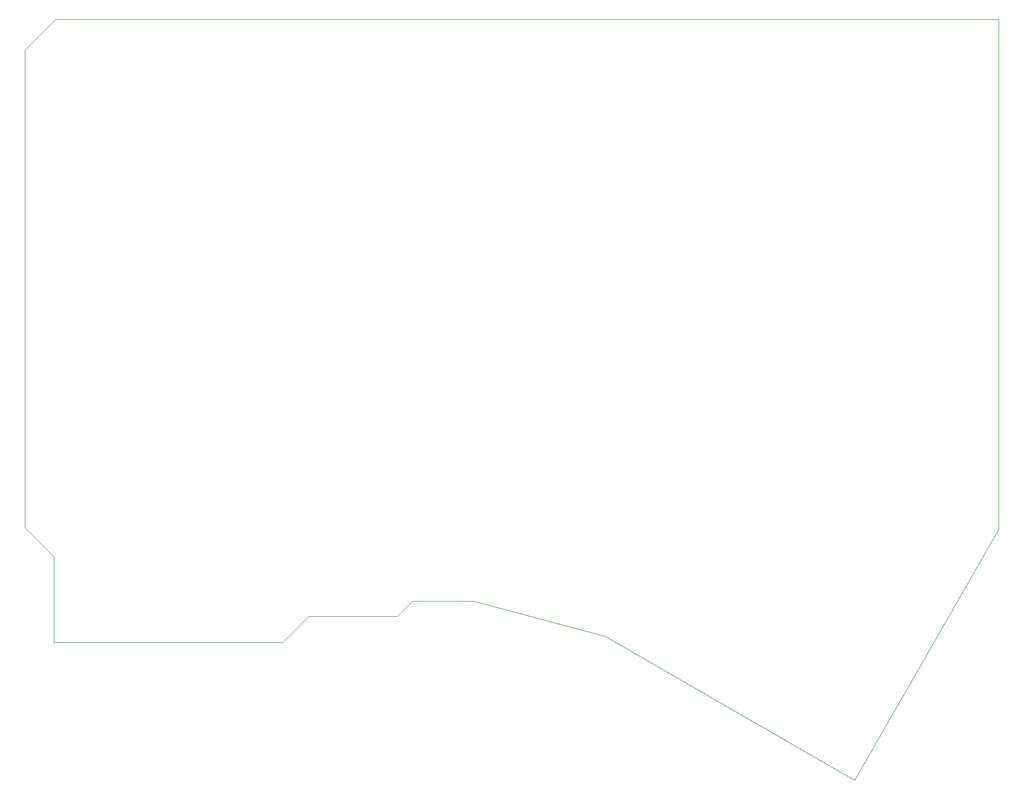
<source format=gm1>
G04 #@! TF.GenerationSoftware,KiCad,Pcbnew,(5.1.10-1-10_14)*
G04 #@! TF.CreationDate,2021-08-01T21:47:45+01:00*
G04 #@! TF.ProjectId,AsymLeft,4173796d-4c65-4667-942e-6b696361645f,1.0*
G04 #@! TF.SameCoordinates,Original*
G04 #@! TF.FileFunction,Profile,NP*
%FSLAX46Y46*%
G04 Gerber Fmt 4.6, Leading zero omitted, Abs format (unit mm)*
G04 Created by KiCad (PCBNEW (5.1.10-1-10_14)) date 2021-08-01 21:47:45*
%MOMM*%
%LPD*%
G01*
G04 APERTURE LIST*
G04 #@! TA.AperFunction,Profile*
%ADD10C,0.100000*%
G04 #@! TD*
G04 APERTURE END LIST*
D10*
X241681000Y-133604000D02*
X241681000Y-48768000D01*
X241681000Y-48768000D02*
X84582000Y-48768000D01*
X79502000Y-53848000D02*
X79502000Y-57150000D01*
X79502000Y-53848000D02*
X84582000Y-48768000D01*
X154178000Y-145542000D02*
X144018000Y-145542000D01*
X217678000Y-175260000D02*
X241681000Y-133604000D01*
X217551000Y-175260000D02*
X217678000Y-175260000D01*
X176149000Y-151384000D02*
X154178000Y-145542000D01*
X217551000Y-175260000D02*
X176149000Y-151384000D01*
X141478000Y-148082000D02*
X144018000Y-145542000D01*
X126746000Y-148082000D02*
X141478000Y-148082000D01*
X122428000Y-152400000D02*
X126746000Y-148082000D01*
X84328000Y-152400000D02*
X122428000Y-152400000D01*
X84328000Y-138176000D02*
X84328000Y-152400000D01*
X79502000Y-133350000D02*
X84328000Y-138176000D01*
X79502000Y-57150000D02*
X79502000Y-133350000D01*
M02*

</source>
